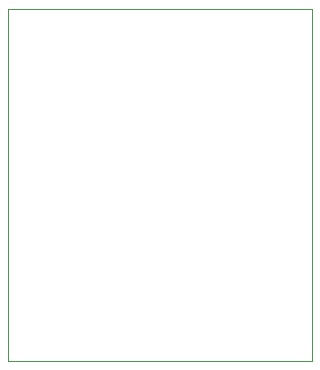
<source format=gbr>
%TF.GenerationSoftware,KiCad,Pcbnew,(5.1.4)-1*%
%TF.CreationDate,2019-10-27T14:05:37-07:00*%
%TF.ProjectId,spriteSAMD,73707269-7465-4534-914d-442e6b696361,rev?*%
%TF.SameCoordinates,Original*%
%TF.FileFunction,Profile,NP*%
%FSLAX46Y46*%
G04 Gerber Fmt 4.6, Leading zero omitted, Abs format (unit mm)*
G04 Created by KiCad (PCBNEW (5.1.4)-1) date 2019-10-27 14:05:37*
%MOMM*%
%LPD*%
G04 APERTURE LIST*
%ADD10C,0.100000*%
G04 APERTURE END LIST*
D10*
X145999200Y-65938400D02*
X170408600Y-65938400D01*
X145999200Y-95707200D02*
X145999200Y-65938400D01*
X171704000Y-95707200D02*
X145999200Y-95707200D01*
X171704000Y-65938400D02*
X171704000Y-95707200D01*
X170408600Y-65938400D02*
X171704000Y-65938400D01*
M02*

</source>
